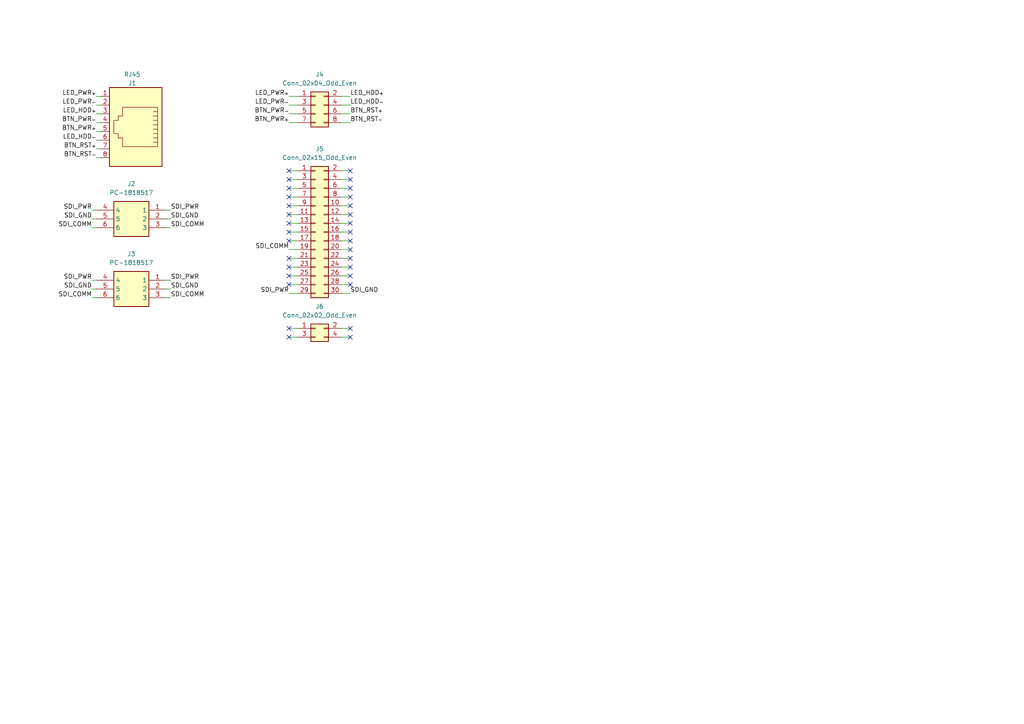
<source format=kicad_sch>
(kicad_sch (version 20250114) (generator "eeschema") (generator_version "9.0")
  (paper "A4")
  (lib_symbols
    (symbol "Connector:RJ45" (pin_names (offset 1.016))
      (property "Reference" "J" (at -5.08 13.97 0))
      (property "Value" "RJ45" (at 2.54 13.97 0))
      (symbol "RJ45_0_1"
        (polyline (pts (xy -6.35 1.905) (xy -5.08 1.905) (xy -5.08 1.905)))
        (polyline (pts (xy -6.35 0.635) (xy -5.08 0.635) (xy -5.08 0.635)))
        (polyline (pts (xy -6.35 -0.635) (xy -5.08 -0.635) (xy -5.08 -0.635)))
        (polyline (pts (xy -6.35 -1.905) (xy -5.08 -1.905) (xy -5.08 -1.905)))
        (polyline (pts (xy -6.35 -3.175) (xy -5.08 -3.175) (xy -5.08 -3.175)))
        (polyline (pts (xy -6.35 -4.445) (xy -6.35 6.985) (xy 3.81 6.985) (xy 3.81 4.445) (xy 5.08 4.445) (xy 5.08 3.175) (xy 6.35 3.175) (xy 6.35 -0.635) (xy 5.08 -0.635) (xy 5.08 -1.905) (xy 3.81 -1.905) (xy 3.81 -4.445) (xy -6.35 -4.445) (xy -6.35 -4.445)))
        (polyline (pts (xy -5.08 5.715) (xy -6.35 5.715)))
        (polyline (pts (xy -5.08 4.445) (xy -6.35 4.445)))
        (polyline (pts (xy -5.08 3.175) (xy -6.35 3.175) (xy -6.35 3.175)))
        (rectangle (start 7.62 12.7) (end -7.62 -10.16) (stroke (width 0.254)) (fill (type background)))
      )
      (symbol "RJ45_1_1"
        (pin passive line (at 10.16 10.16 180) (length 2.54) (name "~") (number "8"))
        (pin passive line (at 10.16 7.62 180) (length 2.54) (name "~") (number "7"))
        (pin passive line (at 10.16 5.08 180) (length 2.54) (name "~") (number "6"))
        (pin passive line (at 10.16 2.54 180) (length 2.54) (name "~") (number "5"))
        (pin passive line (at 10.16 0 180) (length 2.54) (name "~") (number "4"))
        (pin passive line (at 10.16 -2.54 180) (length 2.54) (name "~") (number "3"))
        (pin passive line (at 10.16 -5.08 180) (length 2.54) (name "~") (number "2"))
        (pin passive line (at 10.16 -7.62 180) (length 2.54) (name "~") (number "1"))
      )
    )
    (symbol "Connector_Generic:Conn_02x02_Odd_Even" (pin_names (offset 1.016) (hide yes))
      (property "Reference" "J" (at 1.27 2.54 0))
      (property "Value" "Conn_02x02_Odd_Even" (at 1.27 -5.08 0))
      (symbol "Conn_02x02_Odd_Even_1_1"
        (rectangle (start -1.27 1.27) (end 3.81 -3.81) (stroke (width 0.254)) (fill (type background)))
        (rectangle (start -1.27 0.127) (end 0 -0.127) (stroke (width 0.1524)))
        (rectangle (start -1.27 -2.413) (end 0 -2.667) (stroke (width 0.1524)))
        (rectangle (start 3.81 0.127) (end 2.54 -0.127) (stroke (width 0.1524)))
        (rectangle (start 3.81 -2.413) (end 2.54 -2.667) (stroke (width 0.1524)))
        (pin passive line (at -5.08 0 0) (length 3.81) (name "Pin_1") (number "1"))
        (pin passive line (at -5.08 -2.54 0) (length 3.81) (name "Pin_3") (number "3"))
        (pin passive line (at 7.62 0 180) (length 3.81) (name "Pin_2") (number "2"))
        (pin passive line (at 7.62 -2.54 180) (length 3.81) (name "Pin_4") (number "4"))
      )
    )
    (symbol "Connector_Generic:Conn_02x04_Odd_Even" (pin_names (offset 1.016) (hide yes))
      (property "Reference" "J" (at 1.27 5.08 0))
      (property "Value" "Conn_02x04_Odd_Even" (at 1.27 -7.62 0))
      (symbol "Conn_02x04_Odd_Even_1_1"
        (rectangle (start -1.27 3.81) (end 3.81 -6.35) (stroke (width 0.254)) (fill (type background)))
        (rectangle (start -1.27 2.667) (end 0 2.413) (stroke (width 0.1524)))
        (rectangle (start -1.27 0.127) (end 0 -0.127) (stroke (width 0.1524)))
        (rectangle (start -1.27 -2.413) (end 0 -2.667) (stroke (width 0.1524)))
        (rectangle (start -1.27 -4.953) (end 0 -5.207) (stroke (width 0.1524)))
        (rectangle (start 3.81 2.667) (end 2.54 2.413) (stroke (width 0.1524)))
        (rectangle (start 3.81 0.127) (end 2.54 -0.127) (stroke (width 0.1524)))
        (rectangle (start 3.81 -2.413) (end 2.54 -2.667) (stroke (width 0.1524)))
        (rectangle (start 3.81 -4.953) (end 2.54 -5.207) (stroke (width 0.1524)))
        (pin passive line (at -5.08 2.54 0) (length 3.81) (name "Pin_1") (number "1"))
        (pin passive line (at -5.08 0 0) (length 3.81) (name "Pin_3") (number "3"))
        (pin passive line (at -5.08 -2.54 0) (length 3.81) (name "Pin_5") (number "5"))
        (pin passive line (at -5.08 -5.08 0) (length 3.81) (name "Pin_7") (number "7"))
        (pin passive line (at 7.62 2.54 180) (length 3.81) (name "Pin_2") (number "2"))
        (pin passive line (at 7.62 0 180) (length 3.81) (name "Pin_4") (number "4"))
        (pin passive line (at 7.62 -2.54 180) (length 3.81) (name "Pin_6") (number "6"))
        (pin passive line (at 7.62 -5.08 180) (length 3.81) (name "Pin_8") (number "8"))
      )
    )
    (symbol "Connector_Generic:Conn_02x15_Odd_Even" (pin_names (offset 1.016) (hide yes))
      (property "Reference" "J" (at 1.27 20.32 0))
      (property "Value" "Conn_02x15_Odd_Even" (at 1.27 -20.32 0))
      (symbol "Conn_02x15_Odd_Even_1_1"
        (rectangle (start -1.27 19.05) (end 3.81 -19.05) (stroke (width 0.254)) (fill (type background)))
        (rectangle (start -1.27 17.907) (end 0 17.653) (stroke (width 0.1524)))
        (rectangle (start -1.27 15.367) (end 0 15.113) (stroke (width 0.1524)))
        (rectangle (start -1.27 12.827) (end 0 12.573) (stroke (width 0.1524)))
        (rectangle (start -1.27 10.287) (end 0 10.033) (stroke (width 0.1524)))
        (rectangle (start -1.27 7.747) (end 0 7.493) (stroke (width 0.1524)))
        (rectangle (start -1.27 5.207) (end 0 4.953) (stroke (width 0.1524)))
        (rectangle (start -1.27 2.667) (end 0 2.413) (stroke (width 0.1524)))
        (rectangle (start -1.27 0.127) (end 0 -0.127) (stroke (width 0.1524)))
        (rectangle (start -1.27 -2.413) (end 0 -2.667) (stroke (width 0.1524)))
        (rectangle (start -1.27 -4.953) (end 0 -5.207) (stroke (width 0.1524)))
        (rectangle (start -1.27 -7.493) (end 0 -7.747) (stroke (width 0.1524)))
        (rectangle (start -1.27 -10.033) (end 0 -10.287) (stroke (width 0.1524)))
        (rectangle (start -1.27 -12.573) (end 0 -12.827) (stroke (width 0.1524)))
        (rectangle (start -1.27 -15.113) (end 0 -15.367) (stroke (width 0.1524)))
        (rectangle (start -1.27 -17.653) (end 0 -17.907) (stroke (width 0.1524)))
        (rectangle (start 3.81 17.907) (end 2.54 17.653) (stroke (width 0.1524)))
        (rectangle (start 3.81 15.367) (end 2.54 15.113) (stroke (width 0.1524)))
        (rectangle (start 3.81 12.827) (end 2.54 12.573) (stroke (width 0.1524)))
        (rectangle (start 3.81 10.287) (end 2.54 10.033) (stroke (width 0.1524)))
        (rectangle (start 3.81 7.747) (end 2.54 7.493) (stroke (width 0.1524)))
        (rectangle (start 3.81 5.207) (end 2.54 4.953) (stroke (width 0.1524)))
        (rectangle (start 3.81 2.667) (end 2.54 2.413) (stroke (width 0.1524)))
        (rectangle (start 3.81 0.127) (end 2.54 -0.127) (stroke (width 0.1524)))
        (rectangle (start 3.81 -2.413) (end 2.54 -2.667) (stroke (width 0.1524)))
        (rectangle (start 3.81 -4.953) (end 2.54 -5.207) (stroke (width 0.1524)))
        (rectangle (start 3.81 -7.493) (end 2.54 -7.747) (stroke (width 0.1524)))
        (rectangle (start 3.81 -10.033) (end 2.54 -10.287) (stroke (width 0.1524)))
        (rectangle (start 3.81 -12.573) (end 2.54 -12.827) (stroke (width 0.1524)))
        (rectangle (start 3.81 -15.113) (end 2.54 -15.367) (stroke (width 0.1524)))
        (rectangle (start 3.81 -17.653) (end 2.54 -17.907) (stroke (width 0.1524)))
        (pin passive line (at -5.08 17.78 0) (length 3.81) (name "Pin_1") (number "1"))
        (pin passive line (at -5.08 15.24 0) (length 3.81) (name "Pin_3") (number "3"))
        (pin passive line (at -5.08 12.7 0) (length 3.81) (name "Pin_5") (number "5"))
        (pin passive line (at -5.08 10.16 0) (length 3.81) (name "Pin_7") (number "7"))
        (pin passive line (at -5.08 7.62 0) (length 3.81) (name "Pin_9") (number "9"))
        (pin passive line (at -5.08 5.08 0) (length 3.81) (name "Pin_11") (number "11"))
        (pin passive line (at -5.08 2.54 0) (length 3.81) (name "Pin_13") (number "13"))
        (pin passive line (at -5.08 0 0) (length 3.81) (name "Pin_15") (number "15"))
        (pin passive line (at -5.08 -2.54 0) (length 3.81) (name "Pin_17") (number "17"))
        (pin passive line (at -5.08 -5.08 0) (length 3.81) (name "Pin_19") (number "19"))
        (pin passive line (at -5.08 -7.62 0) (length 3.81) (name "Pin_21") (number "21"))
        (pin passive line (at -5.08 -10.16 0) (length 3.81) (name "Pin_23") (number "23"))
        (pin passive line (at -5.08 -12.7 0) (length 3.81) (name "Pin_25") (number "25"))
        (pin passive line (at -5.08 -15.24 0) (length 3.81) (name "Pin_27") (number "27"))
        (pin passive line (at -5.08 -17.78 0) (length 3.81) (name "Pin_29") (number "29"))
        (pin passive line (at 7.62 17.78 180) (length 3.81) (name "Pin_2") (number "2"))
        (pin passive line (at 7.62 15.24 180) (length 3.81) (name "Pin_4") (number "4"))
        (pin passive line (at 7.62 12.7 180) (length 3.81) (name "Pin_6") (number "6"))
        (pin passive line (at 7.62 10.16 180) (length 3.81) (name "Pin_8") (number "8"))
        (pin passive line (at 7.62 7.62 180) (length 3.81) (name "Pin_10") (number "10"))
        (pin passive line (at 7.62 5.08 180) (length 3.81) (name "Pin_12") (number "12"))
        (pin passive line (at 7.62 2.54 180) (length 3.81) (name "Pin_14") (number "14"))
        (pin passive line (at 7.62 0 180) (length 3.81) (name "Pin_16") (number "16"))
        (pin passive line (at 7.62 -2.54 180) (length 3.81) (name "Pin_18") (number "18"))
        (pin passive line (at 7.62 -5.08 180) (length 3.81) (name "Pin_20") (number "20"))
        (pin passive line (at 7.62 -7.62 180) (length 3.81) (name "Pin_22") (number "22"))
        (pin passive line (at 7.62 -10.16 180) (length 3.81) (name "Pin_24") (number "24"))
        (pin passive line (at 7.62 -12.7 180) (length 3.81) (name "Pin_26") (number "26"))
        (pin passive line (at 7.62 -15.24 180) (length 3.81) (name "Pin_28") (number "28"))
        (pin passive line (at 7.62 -17.78 180) (length 3.81) (name "Pin_30") (number "30"))
      )
    )
    (symbol "Link_Components:PC-1818517"
      (property "Reference" "J" (at 16.51 7.62 0))
      (property "Value" "PC-1818517" (at 16.51 5.08 0))
      (symbol "PC-1818517_1_1"
        (rectangle (start 5.08 2.54) (end 15.24 -7.62) (stroke (width 0.254)) (fill (type background)))
        (pin passive line (at 0 0 0) (length 5.08) (name "4") (number "4"))
        (pin passive line (at 0 -2.54 0) (length 5.08) (name "5") (number "5"))
        (pin passive line (at 0 -5.08 0) (length 5.08) (name "6") (number "6"))
        (pin passive line (at 20.32 0 180) (length 5.08) (name "1") (number "1"))
        (pin passive line (at 20.32 -2.54 180) (length 5.08) (name "2") (number "2"))
        (pin passive line (at 20.32 -5.08 180) (length 5.08) (name "3") (number "3"))
      )
    )
  )
  (no_connect (at 83.82 49.53))
  (no_connect (at 83.82 77.47))
  (no_connect (at 83.82 69.85))
  (no_connect (at 83.82 62.23))
  (no_connect (at 83.82 80.01))
  (no_connect (at 83.82 64.77))
  (no_connect (at 101.6 80.01))
  (no_connect (at 83.82 74.93))
  (no_connect (at 101.6 77.47))
  (no_connect (at 101.6 82.55))
  (no_connect (at 83.82 59.69))
  (no_connect (at 101.6 57.15))
  (no_connect (at 83.82 54.61))
  (no_connect (at 101.6 54.61))
  (no_connect (at 101.6 72.39))
  (no_connect (at 101.6 49.53))
  (no_connect (at 101.6 74.93))
  (no_connect (at 101.6 52.07))
  (no_connect (at 83.82 67.31))
  (no_connect (at 101.6 64.77))
  (no_connect (at 101.6 95.25))
  (no_connect (at 83.82 95.25))
  (no_connect (at 101.6 97.79))
  (no_connect (at 101.6 69.85))
  (no_connect (at 101.6 62.23))
  (no_connect (at 83.82 82.55))
  (no_connect (at 101.6 59.69))
  (no_connect (at 83.82 57.15))
  (no_connect (at 83.82 52.07))
  (no_connect (at 101.6 67.31))
  (no_connect (at 83.82 97.79))
  (wire (pts (xy 101.6 62.23) (xy 99.06 62.23)))
  (wire (pts (xy 27.94 40.64) (xy 29.21 40.64)))
  (wire (pts (xy 83.82 33.02) (xy 86.36 33.02)))
  (wire (pts (xy 26.67 66.04) (xy 27.94 66.04)))
  (wire (pts (xy 83.82 80.01) (xy 86.36 80.01)))
  (wire (pts (xy 101.6 77.47) (xy 99.06 77.47)))
  (wire (pts (xy 99.06 33.02) (xy 101.6 33.02)))
  (wire (pts (xy 83.82 35.56) (xy 86.36 35.56)))
  (wire (pts (xy 26.67 81.28) (xy 27.94 81.28)))
  (wire (pts (xy 83.82 59.69) (xy 86.36 59.69)))
  (wire (pts (xy 83.82 97.79) (xy 86.36 97.79)))
  (wire (pts (xy 83.82 72.39) (xy 86.36 72.39)))
  (wire (pts (xy 101.6 59.69) (xy 99.06 59.69)))
  (wire (pts (xy 49.53 81.28) (xy 48.26 81.28)))
  (wire (pts (xy 101.6 64.77) (xy 99.06 64.77)))
  (wire (pts (xy 83.82 64.77) (xy 86.36 64.77)))
  (wire (pts (xy 101.6 67.31) (xy 99.06 67.31)))
  (wire (pts (xy 83.82 67.31) (xy 86.36 67.31)))
  (wire (pts (xy 27.94 38.1) (xy 29.21 38.1)))
  (wire (pts (xy 48.26 63.5) (xy 49.53 63.5)))
  (wire (pts (xy 26.67 86.36) (xy 27.94 86.36)))
  (wire (pts (xy 83.82 69.85) (xy 86.36 69.85)))
  (wire (pts (xy 83.82 52.07) (xy 86.36 52.07)))
  (wire (pts (xy 49.53 60.96) (xy 48.26 60.96)))
  (wire (pts (xy 101.6 49.53) (xy 99.06 49.53)))
  (wire (pts (xy 27.94 30.48) (xy 29.21 30.48)))
  (wire (pts (xy 83.82 57.15) (xy 86.36 57.15)))
  (wire (pts (xy 27.94 43.18) (xy 29.21 43.18)))
  (wire (pts (xy 48.26 86.36) (xy 49.53 86.36)))
  (wire (pts (xy 83.82 95.25) (xy 86.36 95.25)))
  (wire (pts (xy 101.6 74.93) (xy 99.06 74.93)))
  (wire (pts (xy 83.82 27.94) (xy 86.36 27.94)))
  (wire (pts (xy 83.82 77.47) (xy 86.36 77.47)))
  (wire (pts (xy 101.6 57.15) (xy 99.06 57.15)))
  (wire (pts (xy 27.94 27.94) (xy 29.21 27.94)))
  (wire (pts (xy 99.06 30.48) (xy 101.6 30.48)))
  (wire (pts (xy 99.06 27.94) (xy 101.6 27.94)))
  (wire (pts (xy 83.82 74.93) (xy 86.36 74.93)))
  (wire (pts (xy 99.06 35.56) (xy 101.6 35.56)))
  (wire (pts (xy 27.94 45.72) (xy 29.21 45.72)))
  (wire (pts (xy 101.6 69.85) (xy 99.06 69.85)))
  (wire (pts (xy 27.94 35.56) (xy 29.21 35.56)))
  (wire (pts (xy 101.6 52.07) (xy 99.06 52.07)))
  (wire (pts (xy 99.06 72.39) (xy 101.6 72.39)))
  (wire (pts (xy 99.06 97.79) (xy 101.6 97.79)))
  (wire (pts (xy 99.06 95.25) (xy 101.6 95.25)))
  (wire (pts (xy 83.82 62.23) (xy 86.36 62.23)))
  (wire (pts (xy 26.67 60.96) (xy 27.94 60.96)))
  (wire (pts (xy 83.82 85.09) (xy 86.36 85.09)))
  (wire (pts (xy 48.26 66.04) (xy 49.53 66.04)))
  (wire (pts (xy 83.82 54.61) (xy 86.36 54.61)))
  (wire (pts (xy 101.6 80.01) (xy 99.06 80.01)))
  (wire (pts (xy 101.6 54.61) (xy 99.06 54.61)))
  (wire (pts (xy 83.82 82.55) (xy 86.36 82.55)))
  (wire (pts (xy 101.6 82.55) (xy 99.06 82.55)))
  (wire (pts (xy 83.82 30.48) (xy 86.36 30.48)))
  (wire (pts (xy 26.67 83.82) (xy 27.94 83.82)))
  (wire (pts (xy 99.06 85.09) (xy 101.6 85.09)))
  (wire (pts (xy 48.26 83.82) (xy 49.53 83.82)))
  (wire (pts (xy 83.82 49.53) (xy 86.36 49.53)))
  (wire (pts (xy 27.94 33.02) (xy 29.21 33.02)))
  (wire (pts (xy 26.67 63.5) (xy 27.94 63.5)))
  (label "LED_HDD_{-}" (at 101.6 30.48 0))
  (label "SDI_GND" (at 26.67 83.82 180))
  (label "SDI_PWR" (at 83.82 85.09 180))
  (label "SDI_PWR" (at 26.67 81.28 180))
  (label "LED_PWR_{-}" (at 27.94 30.48 180))
  (label "BTN_RST_{-}" (at 27.94 45.72 180))
  (label "LED_PWR_{+}" (at 27.94 27.94 180))
  (label "SDI_GND" (at 26.67 63.5 180))
  (label "LED_HDD_{+}" (at 101.6 27.94 0))
  (label "SDI_COMM" (at 26.67 86.36 180))
  (label "BTN_RST_{+}" (at 101.6 33.02 0))
  (label "LED_HDD_{-}" (at 27.94 40.64 180))
  (label "SDI_PWR" (at 49.53 81.28 0))
  (label "SDI_GND" (at 49.53 83.82 0))
  (label "SDI_GND" (at 49.53 63.5 0))
  (label "BTN_RST_{+}" (at 27.94 43.18 180))
  (label "LED_HDD_{+}" (at 27.94 33.02 180))
  (label "SDI_GND" (at 101.6 85.09 0))
  (label "SDI_COMM" (at 49.53 66.04 0))
  (label "BTN_PWR_{-}" (at 83.82 33.02 180))
  (label "BTN_PWR_{+}" (at 83.82 35.56 180))
  (label "SDI_COMM" (at 83.82 72.39 180))
  (label "SDI_PWR" (at 49.53 60.96 0))
  (label "BTN_PWR_{-}" (at 27.94 35.56 180))
  (label "SDI_COMM" (at 26.67 66.04 180))
  (label "BTN_PWR_{+}" (at 27.94 38.1 180))
  (label "BTN_RST_{-}" (at 101.6 35.56 0))
  (label "LED_PWR_{-}" (at 83.82 30.48 180))
  (label "SDI_PWR" (at 26.67 60.96 180))
  (label "LED_PWR_{+}" (at 83.82 27.94 180))
  (label "SDI_COMM" (at 49.53 86.36 0))
  (symbol (lib_id "Connector_Generic:Conn_02x02_Odd_Even") (at 91.44 95.25 0) (unit 1)
    (property "Reference" "J6" (at 92.71 88.9 0))
    (property "Value" "Conn_02x02_Odd_Even" (at 92.71 91.44 0))
    (property "Footprint" "Connector_PinHeader_2.54mm:PinHeader_2x02_P2.54mm_Vertical" (effects (hide yes)))
    (property "Description" "Generic connector, double row, 02x02, odd/even pin numbering scheme (row 1 odd numbers, row 2 even numbers), script generated (kicad-library-utils/schlib/autogen/connector/)" (effects (hide yes)))
  )
  (symbol (lib_id "Connector:RJ45") (at 39.37 35.56 180) (unit 1)
    (property "Reference" "J1" (at 38.354 24.13 0))
    (property "Value" "RJ45" (at 38.354 21.59 0))
    (property "Footprint" "Connector_RJ:RJ45_Amphenol_54602-x08_Horizontal" (effects (hide yes)))
    (property "Description" "RJ connector, 8P8C (8 positions 8 connected)" (effects (hide yes)))
  )
  (symbol (lib_id "Link_Components:PC-1818517") (at 27.94 81.28 0) (unit 1)
    (property "Reference" "J3" (at 38.1 73.66 0))
    (property "Value" "PC-1818517" (at 38.1 76.2 0))
    (property "Footprint" "Link_Footprints:PC-1818517" (effects (hide yes)))
    (property "Datasheet" "http://www.phoenixcontact.com/de/produkte/1818517/pdf" (effects (hide yes)))
    (property "Description" "PCB header, nominal cross section: 1.5 mm?, color: black, nominal current: 8 A, rated voltage (III/2): 160 V, contact surface: Tin, type of contact: Male connector, Number of potentials: 6, Number of rows: 2, Number of positions per row: 3, number of connections: 6, product range: DMC 1,5/..-G1F-THR, pitch: 3.5 mm, mounting: THR soldering, pin layout: Linear pinning, solder pin [P]: 2 mm, Stecksystem: MINI COMBICON - DFMC 1,5, Locking: Snap-in locking, type of packaging: 44 mm wide tape" (effects (hide yes)))
    (property "Height" "10.95" (effects (hide yes)))
    (property "Manufacturer_Name" "Phoenix Contact" (effects (hide yes)))
    (property "Manufacturer_Part_Number" "1818517" (effects (hide yes)))
    (property "Mouser Part Number" "651-1818517" (effects (hide yes)))
    (property "Mouser Price/Stock" "https://www.mouser.co.uk/ProductDetail/Phoenix-Contact/1818517?qs=2WS7V4AoKFqJvsE6F2H5wA%3D%3D" (effects (hide yes)))
  )
  (symbol (lib_id "Link_Components:PC-1818517") (at 27.94 60.96 0) (unit 1)
    (property "Reference" "J2" (at 38.1 53.34 0))
    (property "Value" "PC-1818517" (at 38.1 55.88 0))
    (property "Footprint" "Link_Footprints:PC-1818517" (effects (hide yes)))
    (property "Datasheet" "http://www.phoenixcontact.com/de/produkte/1818517/pdf" (effects (hide yes)))
    (property "Description" "PCB header, nominal cross section: 1.5 mm?, color: black, nominal current: 8 A, rated voltage (III/2): 160 V, contact surface: Tin, type of contact: Male connector, Number of potentials: 6, Number of rows: 2, Number of positions per row: 3, number of connections: 6, product range: DMC 1,5/..-G1F-THR, pitch: 3.5 mm, mounting: THR soldering, pin layout: Linear pinning, solder pin [P]: 2 mm, Stecksystem: MINI COMBICON - DFMC 1,5, Locking: Snap-in locking, type of packaging: 44 mm wide tape" (effects (hide yes)))
    (property "Height" "10.95" (effects (hide yes)))
    (property "Manufacturer_Name" "Phoenix Contact" (effects (hide yes)))
    (property "Manufacturer_Part_Number" "1818517" (effects (hide yes)))
    (property "Mouser Part Number" "651-1818517" (effects (hide yes)))
    (property "Mouser Price/Stock" "https://www.mouser.co.uk/ProductDetail/Phoenix-Contact/1818517?qs=2WS7V4AoKFqJvsE6F2H5wA%3D%3D" (effects (hide yes)))
  )
  (symbol (lib_id "Connector_Generic:Conn_02x04_Odd_Even") (at 91.44 30.48 0) (unit 1)
    (property "Reference" "J4" (at 92.71 21.59 0))
    (property "Value" "Conn_02x04_Odd_Even" (at 92.71 24.13 0))
    (property "Footprint" "Connector_PinSocket_2.54mm:PinSocket_2x04_P2.54mm_Vertical" (effects (hide yes)))
    (property "Description" "Generic connector, double row, 02x04, odd/even pin numbering scheme (row 1 odd numbers, row 2 even numbers), script generated (kicad-library-utils/schlib/autogen/connector/)" (effects (hide yes)))
  )
  (symbol (lib_id "Connector_Generic:Conn_02x15_Odd_Even") (at 91.44 67.31 0) (unit 1)
    (property "Reference" "J5" (at 92.71 43.18 0))
    (property "Value" "Conn_02x15_Odd_Even" (at 92.71 45.72 0))
    (property "Footprint" "Connector_PinHeader_2.54mm:PinHeader_2x15_P2.54mm_Vertical" (effects (hide yes)))
    (property "Description" "Generic connector, double row, 02x15, odd/even pin numbering scheme (row 1 odd numbers, row 2 even numbers), script generated (kicad-library-utils/schlib/autogen/connector/)" (effects (hide yes)))
  )
)
</source>
